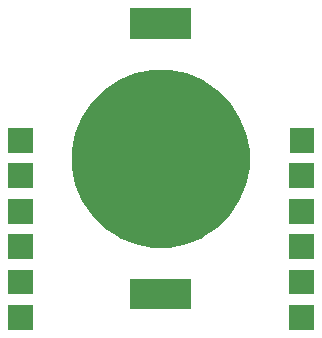
<source format=gbr>
G04 #@! TF.GenerationSoftware,KiCad,Pcbnew,5.1.4*
G04 #@! TF.CreationDate,2019-09-27T00:42:17+02:00*
G04 #@! TF.ProjectId,kroneum,6b726f6e-6575-46d2-9e6b-696361645f70,rev?*
G04 #@! TF.SameCoordinates,PX9527980PY7539c40*
G04 #@! TF.FileFunction,Soldermask,Bot*
G04 #@! TF.FilePolarity,Negative*
%FSLAX46Y46*%
G04 Gerber Fmt 4.6, Leading zero omitted, Abs format (unit mm)*
G04 Created by KiCad (PCBNEW 5.1.4) date 2019-09-27 00:42:17*
%MOMM*%
%LPD*%
G04 APERTURE LIST*
%ADD10C,0.020000*%
G04 APERTURE END LIST*
D10*
G36*
X-25849000Y1869000D02*
G01*
X-27951000Y1869000D01*
X-27951000Y3971000D01*
X-25849000Y3971000D01*
X-25849000Y1869000D01*
X-25849000Y1869000D01*
G37*
G36*
X-2049000Y1869000D02*
G01*
X-4151000Y1869000D01*
X-4151000Y3971000D01*
X-2049000Y3971000D01*
X-2049000Y1869000D01*
X-2049000Y1869000D01*
G37*
G36*
X-12399000Y3599000D02*
G01*
X-17601000Y3599000D01*
X-17601000Y6201000D01*
X-12399000Y6201000D01*
X-12399000Y3599000D01*
X-12399000Y3599000D01*
G37*
G36*
X-2049000Y4869000D02*
G01*
X-4151000Y4869000D01*
X-4151000Y6971000D01*
X-2049000Y6971000D01*
X-2049000Y4869000D01*
X-2049000Y4869000D01*
G37*
G36*
X-25849000Y4869000D02*
G01*
X-27951000Y4869000D01*
X-27951000Y6971000D01*
X-25849000Y6971000D01*
X-25849000Y4869000D01*
X-25849000Y4869000D01*
G37*
G36*
X-2049000Y7869000D02*
G01*
X-4151000Y7869000D01*
X-4151000Y9971000D01*
X-2049000Y9971000D01*
X-2049000Y7869000D01*
X-2049000Y7869000D01*
G37*
G36*
X-25849000Y7869000D02*
G01*
X-27951000Y7869000D01*
X-27951000Y9971000D01*
X-25849000Y9971000D01*
X-25849000Y7869000D01*
X-25849000Y7869000D01*
G37*
G36*
X-14248731Y23863543D02*
G01*
X-12818771Y23579107D01*
X-12797352Y23572609D01*
X-11450357Y23014665D01*
X-11430612Y23004111D01*
X-10218348Y22194102D01*
X-10201043Y22179901D01*
X-9170099Y21148957D01*
X-9155898Y21131652D01*
X-8345889Y19919388D01*
X-8335335Y19899643D01*
X-7777391Y18552648D01*
X-7770893Y18531229D01*
X-7486457Y17101269D01*
X-7484263Y17078989D01*
X-7484263Y15621011D01*
X-7486457Y15598731D01*
X-7770893Y14168771D01*
X-7777391Y14147352D01*
X-8335335Y12800357D01*
X-8345889Y12780612D01*
X-9155898Y11568348D01*
X-9170099Y11551043D01*
X-10201043Y10520099D01*
X-10218348Y10505898D01*
X-11430612Y9695889D01*
X-11450357Y9685335D01*
X-12797352Y9127391D01*
X-12818771Y9120893D01*
X-14248731Y8836457D01*
X-14271011Y8834263D01*
X-15728989Y8834263D01*
X-15751269Y8836457D01*
X-17181229Y9120893D01*
X-17202648Y9127391D01*
X-18549643Y9685335D01*
X-18569388Y9695889D01*
X-19781652Y10505898D01*
X-19798957Y10520099D01*
X-20829901Y11551043D01*
X-20844102Y11568348D01*
X-21654111Y12780612D01*
X-21664665Y12800357D01*
X-22222609Y14147352D01*
X-22229107Y14168771D01*
X-22513543Y15598731D01*
X-22515737Y15621011D01*
X-22515737Y17078989D01*
X-22513543Y17101269D01*
X-22229107Y18531229D01*
X-22222609Y18552648D01*
X-21664665Y19899643D01*
X-21654111Y19919388D01*
X-20844102Y21131652D01*
X-20829901Y21148957D01*
X-19798957Y22179901D01*
X-19781652Y22194102D01*
X-18569388Y23004111D01*
X-18549643Y23014665D01*
X-17202648Y23572609D01*
X-17181229Y23579107D01*
X-15751269Y23863543D01*
X-15728989Y23865737D01*
X-14271011Y23865737D01*
X-14248731Y23863543D01*
X-14248731Y23863543D01*
G37*
G36*
X-2049000Y10869000D02*
G01*
X-4151000Y10869000D01*
X-4151000Y12971000D01*
X-2049000Y12971000D01*
X-2049000Y10869000D01*
X-2049000Y10869000D01*
G37*
G36*
X-25849000Y10869000D02*
G01*
X-27951000Y10869000D01*
X-27951000Y12971000D01*
X-25849000Y12971000D01*
X-25849000Y10869000D01*
X-25849000Y10869000D01*
G37*
G36*
X-2049000Y13869000D02*
G01*
X-4151000Y13869000D01*
X-4151000Y15971000D01*
X-2049000Y15971000D01*
X-2049000Y13869000D01*
X-2049000Y13869000D01*
G37*
G36*
X-25849000Y13869000D02*
G01*
X-27951000Y13869000D01*
X-27951000Y15971000D01*
X-25849000Y15971000D01*
X-25849000Y13869000D01*
X-25849000Y13869000D01*
G37*
G36*
X-1993000Y16869000D02*
G01*
X-4095000Y16869000D01*
X-4095000Y18971000D01*
X-1993000Y18971000D01*
X-1993000Y16869000D01*
X-1993000Y16869000D01*
G37*
G36*
X-25849000Y16869000D02*
G01*
X-27951000Y16869000D01*
X-27951000Y18971000D01*
X-25849000Y18971000D01*
X-25849000Y16869000D01*
X-25849000Y16869000D01*
G37*
G36*
X-12399000Y26499000D02*
G01*
X-17601000Y26499000D01*
X-17601000Y29101000D01*
X-12399000Y29101000D01*
X-12399000Y26499000D01*
X-12399000Y26499000D01*
G37*
M02*

</source>
